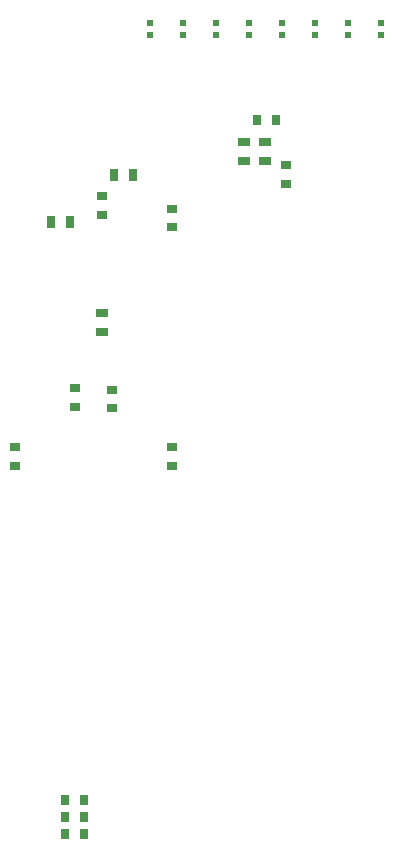
<source format=gbp>
G04*
G04 #@! TF.GenerationSoftware,Altium Limited,Altium Designer,20.0.13 (296)*
G04*
G04 Layer_Color=128*
%FSLAX44Y44*%
%MOMM*%
G71*
G01*
G75*
%ADD22R,0.7000X0.9000*%
%ADD27R,0.8000X1.0000*%
%ADD31R,1.0000X0.8000*%
%ADD34R,0.9000X0.7000*%
%ADD97R,0.6000X0.5000*%
D22*
X94250Y273500D02*
D03*
X110250D02*
D03*
X94250Y259000D02*
D03*
X110250D02*
D03*
X94250Y244500D02*
D03*
X110250D02*
D03*
X272750Y849250D02*
D03*
X256750D02*
D03*
D27*
X151000Y802250D02*
D03*
X135000D02*
D03*
X98250Y762500D02*
D03*
X82250D02*
D03*
D31*
X245500Y830500D02*
D03*
Y814500D02*
D03*
X263250Y830500D02*
D03*
Y814500D02*
D03*
X125500Y685750D02*
D03*
Y669750D02*
D03*
D34*
X281000Y811000D02*
D03*
Y795000D02*
D03*
X125500Y768750D02*
D03*
Y784750D02*
D03*
X184250Y758250D02*
D03*
Y774250D02*
D03*
X184500Y556250D02*
D03*
Y572250D02*
D03*
X51250Y556250D02*
D03*
Y572250D02*
D03*
X102250Y622500D02*
D03*
Y606500D02*
D03*
X133750Y621000D02*
D03*
Y605000D02*
D03*
D97*
X361750Y921000D02*
D03*
Y931000D02*
D03*
X333750Y921000D02*
D03*
Y930999D02*
D03*
X305750Y921000D02*
D03*
Y930999D02*
D03*
X277750Y921000D02*
D03*
Y930999D02*
D03*
X249750Y921000D02*
D03*
Y930999D02*
D03*
X221750Y921000D02*
D03*
Y930999D02*
D03*
X193750Y921000D02*
D03*
Y930999D02*
D03*
X165750Y921000D02*
D03*
Y931000D02*
D03*
M02*

</source>
